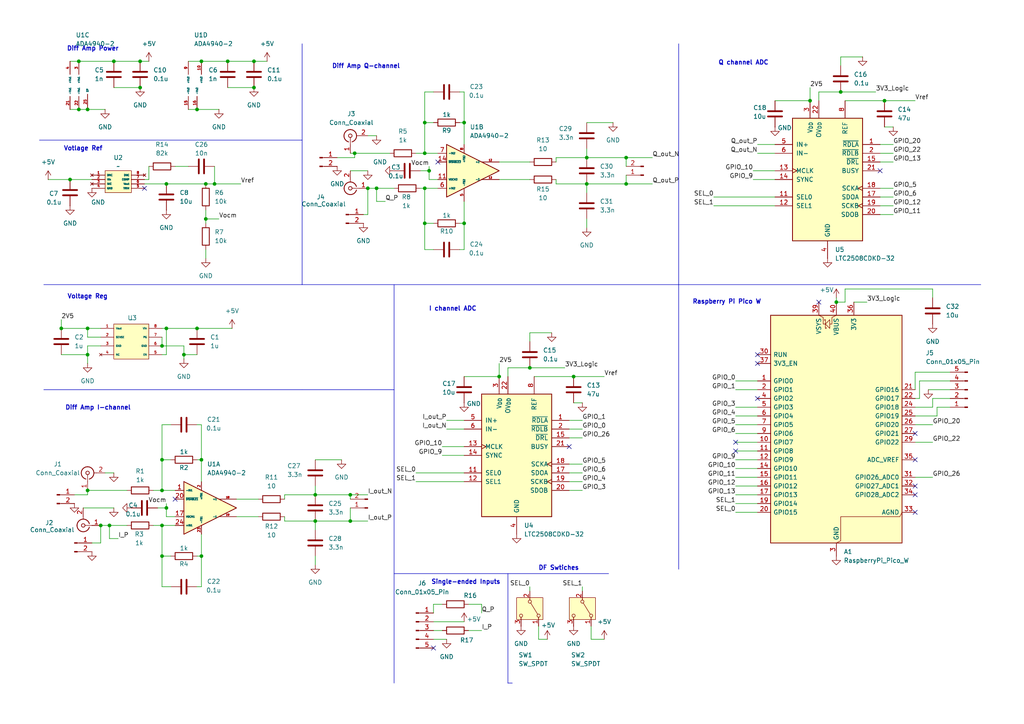
<source format=kicad_sch>
(kicad_sch (version 20250114) (generator "eeschema") (generator_version "9.0")
  (paper "A4")
  (text "DF Swtiches\n" (at 162.052 164.846 0) (effects (font (size 1.27 1.27) (thickness 0.254) (bold yes))))
  (text "Voltage Reg\n" (at 25.4 86.106 0) (effects (font (size 1.27 1.27) (thickness 0.254) (bold yes))))
  (text "Q channel ADC\n" (at 215.646 18.288 0) (effects (font (size 1.27 1.27) (thickness 0.254) (bold yes))))
  (text "Raspberry Pi Pico W\n" (at 210.82 87.63 0) (effects (font (size 1.27 1.27) (thickness 0.254) (bold yes))))
  (text "Diff Amp Q-channel\n" (at 106.172 19.304 0) (effects (font (size 1.27 1.27) (thickness 0.254) (bold yes))))
  (text "Single-ended Inputs" (at 135.128 168.91 0) (effects (font (size 1.27 1.27) (thickness 0.254) (bold yes))))
  (text "Diff Amp Power" (at 26.924 14.224 0) (effects (font (size 1.27 1.27) (thickness 0.254) (bold yes))))
  (text "I channel ADC\n" (at 131.318 89.662 0) (effects (font (size 1.27 1.27) (thickness 0.254) (bold yes))))
  (text "Diff Amp I-channel\n" (at 28.448 118.364 0) (effects (font (size 1.27 1.27) (thickness 0.254) (bold yes))))
  (text "Votlage Ref" (at 24.13 43.18 0) (effects (font (size 1.27 1.27) (thickness 0.254) (bold yes))))
  (junction (at 31.75 152.4))
  (junction (at 58.42 17.78))
  (junction (at 48.26 95.25))
  (junction (at 46.99 161.29))
  (junction (at 25.4 31.75))
  (junction (at 59.69 63.5))
  (junction (at 25.4 95.25))
  (junction (at 46.99 100.33))
  (junction (at 20.32 52.07))
  (junction (at 58.42 161.29))
  (junction (at 170.18 45.72))
  (junction (at 62.23 53.34))
  (junction (at 25.4 102.87))
  (junction (at 153.67 106.68))
  (junction (at 57.15 95.25))
  (junction (at 181.61 45.72))
  (junction (at 46.99 142.24))
  (junction (at 109.22 54.61))
  (junction (at 166.37 109.22))
  (junction (at 91.44 143.51))
  (junction (at 170.18 53.34))
  (junction (at 46.99 133.35))
  (junction (at 123.19 64.77))
  (junction (at 33.02 17.78))
  (junction (at 40.64 17.78))
  (junction (at 256.54 29.21))
  (junction (at 22.86 17.78))
  (junction (at 243.84 26.67))
  (junction (at 106.68 54.61))
  (junction (at 181.61 53.34))
  (junction (at 29.21 152.4))
  (junction (at 58.42 133.35))
  (junction (at 17.78 95.25))
  (junction (at 66.04 17.78))
  (junction (at 73.66 25.4))
  (junction (at 25.4 142.24))
  (junction (at 134.62 35.56))
  (junction (at 101.6 151.13))
  (junction (at 73.66 17.78))
  (junction (at 102.87 44.45))
  (junction (at 123.19 44.45))
  (junction (at 144.78 109.22))
  (junction (at 101.6 143.51))
  (junction (at 134.62 64.77))
  (junction (at 59.69 53.34))
  (junction (at 22.86 31.75))
  (junction (at 57.15 31.75))
  (junction (at 53.34 102.87))
  (junction (at 234.95 29.21))
  (junction (at 124.46 49.53))
  (junction (at 242.57 87.63))
  (junction (at 91.44 151.13))
  (junction (at 40.64 25.4))
  (junction (at 123.19 54.61))
  (junction (at 48.26 53.34))
  (junction (at 48.26 147.32))
  (junction (at 46.99 152.4))
  (junction (at 123.19 35.56))
  (no_connect (at 213.36 130.81))
  (no_connect (at 255.27 49.53))
  (no_connect (at 265.43 140.97))
  (no_connect (at 219.71 115.57))
  (no_connect (at 50.8 144.78))
  (no_connect (at 265.43 148.59))
  (no_connect (at 219.71 105.41))
  (no_connect (at 41.91 54.61))
  (no_connect (at 237.49 87.63))
  (no_connect (at 265.43 125.73))
  (no_connect (at 219.71 102.87))
  (no_connect (at 265.43 133.35))
  (no_connect (at 127 46.99))
  (no_connect (at 165.1 129.54))
  (no_connect (at 265.43 143.51))
  (no_connect (at 125.73 187.96))
  (no_connect (at 213.36 128.27))
  (wire (pts (xy 58.42 123.19) (xy 58.42 133.35)))
  (wire (pts (xy 34.29 156.21) (xy 31.75 156.21)))
  (wire (pts (xy 91.44 143.51) (xy 82.55 143.51)))
  (wire (pts (xy 243.84 16.51) (xy 243.84 19.05)))
  (polyline (pts (xy 114.3 82.55) (xy 114.3 113.03)))
  (wire (pts (xy 20.32 52.07) (xy 26.67 52.07)))
  (wire (pts (xy 53.34 102.87) (xy 53.34 104.14)))
  (wire (pts (xy 165.1 127) (xy 168.91 127)))
  (wire (pts (xy 123.19 35.56) (xy 123.19 44.45)))
  (wire (pts (xy 58.42 17.78) (xy 66.04 17.78)))
  (wire (pts (xy 213.36 143.51) (xy 219.71 143.51)))
  (wire (pts (xy 181.61 50.8) (xy 181.61 53.34)))
  (wire (pts (xy 171.45 185.42) (xy 175.26 185.42)))
  (wire (pts (xy 48.26 102.87) (xy 48.26 95.25)))
  (wire (pts (xy 57.15 31.75) (xy 63.5 31.75)))
  (wire (pts (xy 265.43 123.19) (xy 270.51 123.19)))
  (wire (pts (xy 256.54 36.83) (xy 259.08 36.83)))
  (wire (pts (xy 50.8 48.26) (xy 54.61 48.26)))
  (wire (pts (xy 25.4 97.79) (xy 25.4 95.25)))
  (wire (pts (xy 73.66 17.78) (xy 77.47 17.78)))
  (wire (pts (xy 43.18 52.07) (xy 43.18 48.26)))
  (wire (pts (xy 171.45 181.61) (xy 171.45 185.42)))
  (wire (pts (xy 255.27 62.23) (xy 259.08 62.23)))
  (wire (pts (xy 49.53 170.18) (xy 46.99 170.18)))
  (wire (pts (xy 120.65 44.45) (xy 123.19 44.45)))
  (wire (pts (xy 266.7 115.57) (xy 266.7 110.49)))
  (wire (pts (xy 161.29 53.34) (xy 161.29 52.07)))
  (wire (pts (xy 25.4 142.24) (xy 36.83 142.24)))
  (wire (pts (xy 181.61 45.72) (xy 189.23 45.72)))
  (wire (pts (xy 213.36 133.35) (xy 219.71 133.35)))
  (wire (pts (xy 181.61 53.34) (xy 170.18 53.34)))
  (wire (pts (xy 62.23 53.34) (xy 59.69 53.34)))
  (wire (pts (xy 250.19 16.51) (xy 243.84 16.51)))
  (wire (pts (xy 48.26 95.25) (xy 57.15 95.25)))
  (wire (pts (xy 44.45 152.4) (xy 46.99 152.4)))
  (wire (pts (xy 54.61 17.78) (xy 58.42 17.78)))
  (wire (pts (xy 40.64 17.78) (xy 43.18 17.78)))
  (wire (pts (xy 154.94 109.22) (xy 166.37 109.22)))
  (wire (pts (xy 213.36 118.11) (xy 219.71 118.11)))
  (wire (pts (xy 170.18 43.18) (xy 170.18 45.72)))
  (wire (pts (xy 213.36 128.27) (xy 219.71 128.27)))
  (wire (pts (xy 144.78 52.07) (xy 153.67 52.07)))
  (wire (pts (xy 120.65 137.16) (xy 134.62 137.16)))
  (wire (pts (xy 207.01 59.69) (xy 224.79 59.69)))
  (wire (pts (xy 109.22 58.42) (xy 109.22 54.61)))
  (wire (pts (xy 22.86 17.78) (xy 33.02 17.78)))
  (wire (pts (xy 181.61 48.26) (xy 181.61 45.72)))
  (wire (pts (xy 58.42 154.94) (xy 58.42 161.29)))
  (wire (pts (xy 58.42 161.29) (xy 57.15 161.29)))
  (wire (pts (xy 48.26 95.25) (xy 46.99 95.25)))
  (wire (pts (xy 48.26 102.87) (xy 46.99 102.87)))
  (wire (pts (xy 170.18 35.56) (xy 177.8 35.56)))
  (wire (pts (xy 62.23 48.26) (xy 62.23 53.34)))
  (wire (pts (xy 265.43 118.11) (xy 270.51 118.11)))
  (wire (pts (xy 271.78 120.65) (xy 271.78 118.11)))
  (wire (pts (xy 45.72 147.32) (xy 48.26 147.32)))
  (wire (pts (xy 41.91 53.34) (xy 48.26 53.34)))
  (wire (pts (xy 153.67 106.68) (xy 163.83 106.68)))
  (wire (pts (xy 29.21 97.79) (xy 25.4 97.79)))
  (wire (pts (xy 170.18 63.5) (xy 170.18 66.04)))
  (wire (pts (xy 265.43 107.95) (xy 275.59 107.95)))
  (wire (pts (xy 271.78 118.11) (xy 275.59 118.11)))
  (wire (pts (xy 270.51 83.82) (xy 245.11 83.82)))
  (polyline (pts (xy 87.63 12.7) (xy 87.63 40.64)))
  (wire (pts (xy 134.62 109.22) (xy 144.78 109.22)))
  (wire (pts (xy 213.36 140.97) (xy 219.71 140.97)))
  (wire (pts (xy 25.4 31.75) (xy 30.48 31.75)))
  (wire (pts (xy 22.86 31.75) (xy 25.4 31.75)))
  (wire (pts (xy 121.92 54.61) (xy 123.19 54.61)))
  (wire (pts (xy 17.78 95.25) (xy 25.4 95.25)))
  (wire (pts (xy 243.84 26.67) (xy 237.49 26.67)))
  (wire (pts (xy 153.67 96.52) (xy 153.67 99.06)))
  (wire (pts (xy 68.58 149.86) (xy 74.93 149.86)))
  (wire (pts (xy 68.58 144.78) (xy 74.93 144.78)))
  (wire (pts (xy 213.36 123.19) (xy 219.71 123.19)))
  (wire (pts (xy 168.91 170.18) (xy 168.91 171.45)))
  (wire (pts (xy 128.27 175.26) (xy 125.73 175.26)))
  (wire (pts (xy 101.6 147.32) (xy 101.6 151.13)))
  (wire (pts (xy 153.67 170.18) (xy 153.67 171.45)))
  (wire (pts (xy 66.04 25.4) (xy 73.66 25.4)))
  (wire (pts (xy 49.53 133.35) (xy 46.99 133.35)))
  (wire (pts (xy 48.26 147.32) (xy 48.26 149.86)))
  (wire (pts (xy 125.73 180.34) (xy 134.62 180.34)))
  (wire (pts (xy 135.89 182.88) (xy 139.7 182.88)))
  (wire (pts (xy 165.1 142.24) (xy 168.91 142.24)))
  (wire (pts (xy 125.73 35.56) (xy 123.19 35.56)))
  (wire (pts (xy 213.36 130.81) (xy 219.71 130.81)))
  (wire (pts (xy 101.6 49.53) (xy 106.68 49.53)))
  (wire (pts (xy 166.37 109.22) (xy 175.26 109.22)))
  (wire (pts (xy 53.34 100.33) (xy 53.34 102.87)))
  (wire (pts (xy 31.75 156.21) (xy 31.75 152.4)))
  (wire (pts (xy 101.6 151.13) (xy 106.68 151.13)))
  (polyline (pts (xy 147.32 166.37) (xy 147.32 198.12)))
  (wire (pts (xy 125.73 182.88) (xy 128.27 182.88)))
  (wire (pts (xy 128.27 132.08) (xy 134.62 132.08)))
  (polyline (pts (xy 12.7 113.03) (xy 87.63 113.03)))
  (wire (pts (xy 82.55 143.51) (xy 82.55 144.78)))
  (wire (pts (xy 21.59 143.51) (xy 25.4 143.51)))
  (wire (pts (xy 123.19 26.67) (xy 123.19 35.56)))
  (wire (pts (xy 134.62 72.39) (xy 134.62 64.77)))
  (wire (pts (xy 265.43 120.65) (xy 271.78 120.65)))
  (wire (pts (xy 139.7 175.26) (xy 139.7 177.8)))
  (polyline (pts (xy 114.3 113.03) (xy 114.3 198.12)))
  (wire (pts (xy 242.57 86.36) (xy 242.57 87.63)))
  (wire (pts (xy 265.43 113.03) (xy 265.43 107.95)))
  (wire (pts (xy 46.99 170.18) (xy 46.99 161.29)))
  (wire (pts (xy 255.27 41.91) (xy 259.08 41.91)))
  (wire (pts (xy 245.11 83.82) (xy 245.11 87.63)))
  (wire (pts (xy 106.68 54.61) (xy 109.22 54.61)))
  (wire (pts (xy 25.4 102.87) (xy 25.4 105.41)))
  (wire (pts (xy 270.51 115.57) (xy 275.59 115.57)))
  (polyline (pts (xy 87.63 113.03) (xy 114.3 113.03)))
  (wire (pts (xy 102.87 44.45) (xy 113.03 44.45)))
  (wire (pts (xy 31.75 152.4) (xy 36.83 152.4)))
  (wire (pts (xy 53.34 102.87) (xy 57.15 102.87)))
  (wire (pts (xy 101.6 143.51) (xy 101.6 144.78)))
  (wire (pts (xy 237.49 26.67) (xy 237.49 29.21)))
  (polyline (pts (xy 87.63 40.64) (xy 87.63 82.55)))
  (wire (pts (xy 165.1 137.16) (xy 168.91 137.16)))
  (wire (pts (xy 133.35 72.39) (xy 134.62 72.39)))
  (wire (pts (xy 102.87 45.72) (xy 102.87 44.45)))
  (wire (pts (xy 170.18 53.34) (xy 170.18 55.88)))
  (wire (pts (xy 59.69 60.96) (xy 59.69 63.5)))
  (wire (pts (xy 44.45 142.24) (xy 46.99 142.24)))
  (wire (pts (xy 46.99 152.4) (xy 50.8 152.4)))
  (wire (pts (xy 120.65 139.7) (xy 134.62 139.7)))
  (wire (pts (xy 30.48 137.16) (xy 33.02 137.16)))
  (wire (pts (xy 265.43 138.43) (xy 270.51 138.43)))
  (wire (pts (xy 29.21 152.4) (xy 31.75 152.4)))
  (wire (pts (xy 156.21 181.61) (xy 156.21 185.42)))
  (wire (pts (xy 245.11 87.63) (xy 242.57 87.63)))
  (wire (pts (xy 17.78 92.71) (xy 17.78 95.25)))
  (wire (pts (xy 170.18 45.72) (xy 181.61 45.72)))
  (wire (pts (xy 58.42 170.18) (xy 58.42 161.29)))
  (wire (pts (xy 106.68 54.61) (xy 106.68 62.23)))
  (wire (pts (xy 255.27 44.45) (xy 259.08 44.45)))
  (wire (pts (xy 129.54 121.92) (xy 134.62 121.92)))
  (wire (pts (xy 49.53 123.19) (xy 46.99 123.19)))
  (wire (pts (xy 123.19 64.77) (xy 123.19 72.39)))
  (wire (pts (xy 26.67 157.48) (xy 29.21 157.48)))
  (wire (pts (xy 25.4 143.51) (xy 25.4 142.24)))
  (wire (pts (xy 135.89 175.26) (xy 139.7 175.26)))
  (wire (pts (xy 125.73 26.67) (xy 123.19 26.67)))
  (wire (pts (xy 101.6 143.51) (xy 106.68 143.51)))
  (wire (pts (xy 170.18 53.34) (xy 161.29 53.34)))
  (wire (pts (xy 255.27 59.69) (xy 259.08 59.69)))
  (wire (pts (xy 134.62 58.42) (xy 134.62 64.77)))
  (wire (pts (xy 62.23 53.34) (xy 69.85 53.34)))
  (wire (pts (xy 13.97 52.07) (xy 20.32 52.07)))
  (wire (pts (xy 265.43 115.57) (xy 266.7 115.57)))
  (wire (pts (xy 33.02 17.78) (xy 40.64 17.78)))
  (wire (pts (xy 91.44 151.13) (xy 82.55 151.13)))
  (wire (pts (xy 121.92 49.53) (xy 124.46 49.53)))
  (wire (pts (xy 125.73 175.26) (xy 125.73 177.8)))
  (wire (pts (xy 20.32 17.78) (xy 22.86 17.78)))
  (wire (pts (xy 243.84 26.67) (xy 254 26.67)))
  (wire (pts (xy 49.53 161.29) (xy 46.99 161.29)))
  (wire (pts (xy 24.13 147.32) (xy 33.02 147.32)))
  (wire (pts (xy 270.51 118.11) (xy 270.51 115.57)))
  (wire (pts (xy 144.78 105.41) (xy 144.78 109.22)))
  (wire (pts (xy 46.99 100.33) (xy 53.34 100.33)))
  (wire (pts (xy 25.4 100.33) (xy 25.4 102.87)))
  (wire (pts (xy 165.1 124.46) (xy 168.91 124.46)))
  (wire (pts (xy 66.04 17.78) (xy 73.66 17.78)))
  (wire (pts (xy 134.62 64.77) (xy 133.35 64.77)))
  (wire (pts (xy 269.24 113.03) (xy 275.59 113.03)))
  (wire (pts (xy 46.99 97.79) (xy 46.99 100.33)))
  (wire (pts (xy 48.26 149.86) (xy 50.8 149.86)))
  (wire (pts (xy 247.65 87.63) (xy 251.46 87.63)))
  (wire (pts (xy 234.95 25.4) (xy 234.95 29.21)))
  (wire (pts (xy 133.35 26.67) (xy 134.62 26.67)))
  (wire (pts (xy 123.19 44.45) (xy 127 44.45)))
  (wire (pts (xy 46.99 123.19) (xy 46.99 133.35)))
  (wire (pts (xy 165.1 134.62) (xy 168.91 134.62)))
  (wire (pts (xy 134.62 35.56) (xy 133.35 35.56)))
  (wire (pts (xy 245.11 29.21) (xy 256.54 29.21)))
  (wire (pts (xy 29.21 157.48) (xy 29.21 152.4)))
  (wire (pts (xy 46.99 161.29) (xy 46.99 152.4)))
  (wire (pts (xy 25.4 95.25) (xy 29.21 95.25)))
  (wire (pts (xy 59.69 63.5) (xy 63.5 63.5)))
  (wire (pts (xy 265.43 128.27) (xy 270.51 128.27)))
  (polyline (pts (xy 147.32 198.12) (xy 148.59 198.12)))
  (wire (pts (xy 91.44 161.29) (xy 91.44 163.83)))
  (wire (pts (xy 165.1 139.7) (xy 168.91 139.7)))
  (wire (pts (xy 97.79 45.72) (xy 102.87 45.72)))
  (polyline (pts (xy 12.7 82.55) (xy 87.63 82.55)))
  (wire (pts (xy 156.21 185.42) (xy 158.75 185.42)))
  (wire (pts (xy 213.36 146.05) (xy 219.71 146.05)))
  (wire (pts (xy 124.46 48.26) (xy 124.46 49.53)))
  (wire (pts (xy 161.29 45.72) (xy 161.29 46.99)))
  (wire (pts (xy 91.44 151.13) (xy 91.44 153.67)))
  (wire (pts (xy 153.67 106.68) (xy 147.32 106.68)))
  (wire (pts (xy 213.36 148.59) (xy 219.71 148.59)))
  (wire (pts (xy 218.44 49.53) (xy 224.79 49.53)))
  (wire (pts (xy 125.73 72.39) (xy 123.19 72.39)))
  (polyline (pts (xy 196.85 82.55) (xy 284.48 82.55)))
  (wire (pts (xy 123.19 54.61) (xy 127 54.61)))
  (wire (pts (xy 219.71 44.45) (xy 224.79 44.45)))
  (wire (pts (xy 20.32 31.75) (xy 22.86 31.75)))
  (wire (pts (xy 224.79 29.21) (xy 234.95 29.21)))
  (wire (pts (xy 213.36 135.89) (xy 219.71 135.89)))
  (wire (pts (xy 105.41 62.23) (xy 106.68 62.23)))
  (wire (pts (xy 166.37 116.84) (xy 168.91 116.84)))
  (wire (pts (xy 41.91 52.07) (xy 43.18 52.07)))
  (wire (pts (xy 125.73 185.42) (xy 129.54 185.42)))
  (wire (pts (xy 46.99 133.35) (xy 46.99 142.24)))
  (polyline (pts (xy 196.85 82.55) (xy 196.85 165.1)))
  (wire (pts (xy 255.27 57.15) (xy 259.08 57.15)))
  (wire (pts (xy 91.44 143.51) (xy 101.6 143.51)))
  (wire (pts (xy 144.78 46.99) (xy 153.67 46.99)))
  (wire (pts (xy 57.15 95.25) (xy 67.31 95.25)))
  (wire (pts (xy 91.44 133.35) (xy 99.06 133.35)))
  (wire (pts (xy 82.55 151.13) (xy 82.55 149.86)))
  (wire (pts (xy 213.36 138.43) (xy 219.71 138.43)))
  (wire (pts (xy 128.27 129.54) (xy 134.62 129.54)))
  (wire (pts (xy 17.78 102.87) (xy 25.4 102.87)))
  (wire (pts (xy 213.36 120.65) (xy 219.71 120.65)))
  (wire (pts (xy 270.51 86.36) (xy 270.51 83.82)))
  (wire (pts (xy 134.62 26.67) (xy 134.62 35.56)))
  (wire (pts (xy 29.21 100.33) (xy 25.4 100.33)))
  (wire (pts (xy 33.02 25.4) (xy 40.64 25.4)))
  (polyline (pts (xy 87.63 82.55) (xy 196.85 82.55)))
  (wire (pts (xy 125.73 64.77) (xy 123.19 64.77)))
  (wire (pts (xy 106.68 39.37) (xy 109.22 39.37)))
  (wire (pts (xy 124.46 52.07) (xy 127 52.07)))
  (wire (pts (xy 57.15 123.19) (xy 58.42 123.19)))
  (wire (pts (xy 256.54 29.21) (xy 265.43 29.21)))
  (wire (pts (xy 59.69 63.5) (xy 59.69 64.77)))
  (wire (pts (xy 46.99 142.24) (xy 50.8 142.24)))
  (wire (pts (xy 134.62 41.91) (xy 134.62 35.56)))
  (wire (pts (xy 91.44 151.13) (xy 101.6 151.13)))
  (wire (pts (xy 219.71 41.91) (xy 224.79 41.91)))
  (wire (pts (xy 124.46 49.53) (xy 124.46 52.07)))
  (wire (pts (xy 101.6 44.45) (xy 102.87 44.45)))
  (wire (pts (xy 147.32 106.68) (xy 147.32 109.22)))
  (polyline (pts (xy 11.43 40.64) (xy 87.63 40.64)))
  (wire (pts (xy 213.36 110.49) (xy 219.71 110.49)))
  (wire (pts (xy 160.02 96.52) (xy 153.67 96.52)))
  (wire (pts (xy 255.27 46.99) (xy 259.08 46.99)))
  (wire (pts (xy 58.42 139.7) (xy 58.42 133.35)))
  (wire (pts (xy 111.76 58.42) (xy 109.22 58.42)))
  (wire (pts (xy 58.42 133.35) (xy 57.15 133.35)))
  (wire (pts (xy 207.01 57.15) (xy 224.79 57.15)))
  (wire (pts (xy 48.26 53.34) (xy 59.69 53.34)))
  (wire (pts (xy 57.15 170.18) (xy 58.42 170.18)))
  (wire (pts (xy 266.7 110.49) (xy 275.59 110.49)))
  (wire (pts (xy 181.61 53.34) (xy 189.23 53.34)))
  (polyline (pts (xy 114.3 166.37) (xy 176.53 166.37)))
  (wire (pts (xy 255.27 54.61) (xy 259.08 54.61)))
  (wire (pts (xy 54.61 31.75) (xy 57.15 31.75)))
  (wire (pts (xy 109.22 54.61) (xy 114.3 54.61)))
  (wire (pts (xy 48.26 146.05) (xy 48.26 147.32)))
  (wire (pts (xy 165.1 121.92) (xy 168.91 121.92)))
  (wire (pts (xy 129.54 124.46) (xy 134.62 124.46)))
  (wire (pts (xy 213.36 125.73) (xy 219.71 125.73)))
  (wire (pts (xy 218.44 52.07) (xy 224.79 52.07)))
  (wire (pts (xy 123.19 64.77) (xy 123.19 54.61)))
  (wire (pts (xy 91.44 140.97) (xy 91.44 143.51)))
  (wire (pts (xy 59.69 74.93) (xy 59.69 72.39)))
  (polyline (pts (xy 196.85 12.7) (xy 196.85 82.55)))
  (wire (pts (xy 213.36 113.03) (xy 219.71 113.03)))
  (wire (pts (xy 170.18 45.72) (xy 161.29 45.72)))
  (label "GPIO_10" (at 213.36 135.89 180))
  (label "SEL_1" (at 168.91 170.18 180))
  (label "SEL_1" (at 207.01 59.69 180))
  (label "I_out_N" (at 129.54 124.46 180))
  (label "GPIO_12" (at 213.36 140.97 180))
  (label "3V3_Logic" (at 251.46 87.63 0))
  (label "GPIO_11" (at 259.08 62.23 0))
  (label "SEL_0" (at 213.36 148.59 180))
  (label "GPIO_0" (at 213.36 110.49 180))
  (label "2V5" (at 17.78 92.71 0))
  (label "GPIO_10" (at 218.44 49.53 180))
  (label "GPIO_13" (at 259.08 46.99 0))
  (label "GPIO_11" (at 213.36 138.43 180))
  (label "3V3_Logic" (at 254 26.67 0))
  (label "SEL_0" (at 120.65 137.16 180))
  (label "Vocm" (at 124.46 48.26 180))
  (label "Q_out_P" (at 189.23 53.34 0))
  (label "GPIO_3" (at 213.36 118.11 180))
  (label "Q_out_P" (at 219.71 41.91 180))
  (label "Q_P" (at 111.76 58.42 0))
  (label "GPIO_9" (at 128.27 132.08 180))
  (label "Vocm" (at 63.5 63.5 0))
  (label "GPIO_12" (at 259.08 59.69 0))
  (label "GPIO_13" (at 213.36 143.51 180))
  (label "Q_out_N" (at 219.71 44.45 180))
  (label "SEL_1" (at 213.36 146.05 180))
  (label "GPIO_6" (at 213.36 125.73 180))
  (label "GPIO_20" (at 259.08 41.91 0))
  (label "GPIO_9" (at 218.44 52.07 180))
  (label "GPIO_5" (at 213.36 123.19 180))
  (label "Q_P" (at 139.7 177.8 0))
  (label "GPIO_1" (at 213.36 113.03 180))
  (label "SEL_0" (at 153.67 170.18 180))
  (label "Vocm" (at 48.26 146.05 180))
  (label "GPIO_9" (at 213.36 133.35 180))
  (label "2V5" (at 144.78 105.41 0))
  (label "GPIO_26" (at 270.51 138.43 0))
  (label "3V3_Logic" (at 163.83 106.68 0))
  (label "GPIO_0" (at 168.91 124.46 0))
  (label "I_P" (at 34.29 156.21 0))
  (label "2V5" (at 234.95 25.4 0))
  (label "GPIO_4" (at 213.36 120.65 180))
  (label "GPIO_20" (at 270.51 123.19 0))
  (label "GPIO_1" (at 168.91 121.92 0))
  (label "GPIO_10" (at 128.27 129.54 180))
  (label "GPIO_22" (at 270.51 128.27 0))
  (label "SEL_0" (at 207.01 57.15 180))
  (label "I_out_P" (at 129.54 121.92 180))
  (label "I_out_P" (at 106.68 151.13 0))
  (label "GPIO_5" (at 259.08 54.61 0))
  (label "Vref" (at 265.43 29.21 0))
  (label "Vref" (at 175.26 109.22 0))
  (label "I_out_N" (at 106.68 143.51 0))
  (label "GPIO_6" (at 259.08 57.15 0))
  (label "I_P" (at 139.7 182.88 0))
  (label "GPIO_3" (at 168.91 142.24 0))
  (label "GPIO_5" (at 168.91 134.62 0))
  (label "GPIO_6" (at 168.91 137.16 0))
  (label "Vref" (at 69.85 53.34 0))
  (label "Q_out_N" (at 189.23 45.72 0))
  (label "GPIO_22" (at 259.08 44.45 0))
  (label "GPIO_26" (at 168.91 127 0))
  (label "GPIO_4" (at 168.91 139.7 0))
  (label "SEL_1" (at 120.65 139.7 180))
  (symbol (lib_id "Device:R") (at 53.34 161.29 90) (unit 1)
    (property "Reference" "R4" (at 53.34 163.576 90))
    (property "Value" "1k" (at 53.34 159.004 90))
    (property "Footprint" "Resistor_SMD:R_0603_1608Metric" (effects (hide yes)))
    (property "Description" "Resistor" (effects (hide yes)))
  )
  (symbol (lib_id "Analog_ADC:LTC2508CDKD-32") (at 240.03 52.07 0) (unit 1)
    (property "Reference" "U5" (at 242.1733 72.39 0) (effects (justify left)))
    (property "Value" "LTC2508CDKD-32" (at 242.1733 74.93 0) (effects (justify left)))
    (property "Footprint" "Package_DFN_QFN:DFN-24-1EP_4x7mm_P0.5mm_EP2.64x6.44mm" (effects (hide yes)))
    (property "Datasheet" "https://www.analog.com/media/en/technical-documentation/data-sheets/250832fc.pdf" (effects (hide yes)))
    (property "Description" "32-Bit Oversampling ADC with Configurable Digital Filter, 0°C to 70°C, DFN-24 package" (effects (hide yes)))
  )
  (symbol (lib_id "power:GND") (at 151.13 181.61 0) (unit 1)
    (property "Reference" "#PWR030" (effects (hide yes)))
    (property "Value" "GND" (at 151.13 186.69 0))
    (property "Description" "Power symbol creates a global label with name \"GND\" , ground" (effects (hide yes)))
  )
  (symbol (lib_id "power:GND") (at 97.79 48.26 0) (unit 1)
    (property "Reference" "#PWR048" (effects (hide yes)))
    (property "Value" "GND" (at 97.79 53.34 0))
    (property "Description" "Power symbol creates a global label with name \"GND\" , ground" (effects (hide yes)))
  )
  (symbol (lib_id "Device:C") (at 170.18 39.37 0) (unit 1)
    (property "Reference" "C29" (at 162.052 37.338 0) (effects (justify left)))
    (property "Value" "3.3n" (at 162.052 39.878 0) (effects (justify left)))
    (property "Footprint" "Capacitor_SMD:C_0603_1608Metric" (effects (hide yes)))
    (property "Description" "Unpolarized capacitor" (effects (hide yes)))
  )
  (symbol (lib_id "power:GND") (at 20.32 59.69 0) (unit 1)
    (property "Reference" "#PWR06" (effects (hide yes)))
    (property "Value" "GND" (at 20.32 64.77 0))
    (property "Description" "Power symbol creates a global label with name \"GND\" , ground" (effects (hide yes)))
  )
  (symbol (lib_id "Device:C") (at 58.42 48.26 90) (unit 1)
    (property "Reference" "C26" (at 58.42 41.91 90))
    (property "Value" "10n" (at 58.42 44.45 90))
    (property "Footprint" "Capacitor_SMD:C_0603_1608Metric" (effects (hide yes)))
    (property "Description" "Unpolarized capacitor" (effects (hide yes)))
  )
  (symbol (lib_id "Device:R") (at 132.08 175.26 90) (unit 1)
    (property "Reference" "R16" (at 136.398 172.72 90))
    (property "Value" "0" (effects (hide yes)))
    (property "Footprint" "Resistor_SMD:R_0603_1608Metric" (effects (hide yes)))
    (property "Description" "Resistor" (effects (hide yes)))
  )
  (symbol (lib_id "Connector:Conn_01x02_Pin") (at 92.71 45.72 0) (unit 1)
    (property "Reference" "J12" (effects (hide yes)))
    (property "Value" "Conn_01x02_Pin" (effects (hide yes)))
    (property "Footprint" "Connector_PinHeader_2.54mm:PinHeader_1x02_P2.54mm_Vertical" (effects (hide yes)))
    (property "Description" "Generic connector, single row, 01x02, script generated" (effects (hide yes)))
  )
  (symbol (lib_id "Device:C") (at 53.34 123.19 90) (unit 1)
    (property "Reference" "C21" (at 61.976 121.666 90))
    (property "Value" "0.1u" (at 61.976 124.206 90))
    (property "Footprint" "Capacitor_SMD:C_0603_1608Metric" (effects (hide yes)))
    (property "Description" "Unpolarized capacitor" (effects (hide yes)))
  )
  (symbol (lib_id "Device:R") (at 129.54 64.77 90) (unit 1)
    (property "Reference" "R10" (at 129.54 67.056 90))
    (property "Value" "1k" (at 129.54 62.484 90))
    (property "Footprint" "Resistor_SMD:R_0603_1608Metric" (effects (hide yes)))
    (property "Description" "Resistor" (effects (hide yes)))
  )
  (symbol (lib_id "Device:C") (at 73.66 21.59 0) (unit 1)
    (property "Reference" "C11" (at 77.47 20.3199 0) (effects (justify left)))
    (property "Value" "0.1u" (at 77.47 22.8599 0) (effects (justify left)))
    (property "Footprint" "Capacitor_SMD:C_0603_1608Metric" (effects (hide yes)))
    (property "Description" "Unpolarized capacitor" (effects (hide yes)))
  )
  (symbol (lib_id "Device:R") (at 116.84 44.45 90) (unit 1)
    (property "Reference" "R5" (at 116.84 38.1 90))
    (property "Value" "1k" (at 116.84 40.64 90))
    (property "Footprint" "Resistor_SMD:R_0603_1608Metric" (effects (hide yes)))
    (property "Description" "Resistor" (effects (hide yes)))
  )
  (symbol (lib_id "Device:R") (at 53.34 133.35 90) (unit 1)
    (property "Reference" "R2" (at 53.34 135.636 90))
    (property "Value" "1k" (at 53.34 131.064 90))
    (property "Footprint" "Resistor_SMD:R_0603_1608Metric" (effects (hide yes)))
    (property "Description" "Resistor" (effects (hide yes)))
  )
  (symbol (lib_id "power:GND") (at 270.51 93.98 0) (unit 1)
    (property "Reference" "#PWR040" (effects (hide yes)))
    (property "Value" "GND" (at 270.51 99.06 0))
    (property "Description" "Power symbol creates a global label with name \"GND\" , ground" (effects (hide yes)))
  )
  (symbol (lib_id "power:GND") (at 240.03 74.93 0) (unit 1)
    (property "Reference" "#PWR025" (effects (hide yes)))
    (property "Value" "GND" (effects (hide yes)))
    (property "Description" "Power symbol creates a global label with name \"GND\" , ground" (effects (hide yes)))
  )
  (symbol (lib_id "power:+5V") (at 43.18 17.78 0) (unit 1)
    (property "Reference" "#PWR036" (effects (hide yes)))
    (property "Value" "+5V" (at 43.18 12.7 0))
    (property "Description" "Power symbol creates a global label with name \"+5V\"" (effects (hide yes)))
  )
  (symbol (lib_name "Conn_Coaxial_1") (lib_id "Connector:Conn_Coaxial") (at 25.4 137.16 90) (unit 1)
    (property "Reference" "J1" (at 16.764 134.62 90))
    (property "Value" "Conn_Coaxial" (at 16.764 137.16 90))
    (property "Footprint" "Connector_Coaxial:SMA_Amphenol_132289_EdgeMount" (effects (hide yes)))
    (property "Description" "coaxial connector (BNC, SMA, SMB, SMC, Cinch/RCA, LEMO, ...)" (effects (hide yes)))
  )
  (symbol (lib_id "power:GND") (at 129.54 185.42 0) (unit 1)
    (property "Reference" "#PWR043" (effects (hide yes)))
    (property "Value" "GND" (at 129.54 190.5 0))
    (property "Description" "Power symbol creates a global label with name \"GND\" , ground" (effects (hide yes)))
  )
  (symbol (lib_id "Amplifier_Difference:ADA4940-2") (at 134.62 49.53 0) (unit 2)
    (property "Reference" "U1" (at 136.2711 36.83 0) (effects (justify left)))
    (property "Value" "ADA4940-2" (at 136.2711 39.37 0) (effects (justify left)))
    (property "Footprint" "Package_CSP:LFCSP-24-1EP_4x4mm_P0.5mm_EP2.5x2.5mm_ThermalVias" (effects (hide yes)))
    (property "Datasheet" "https://www.analog.com/media/en/technical-documentation/data-sheets/ADA4940-1_4940-2.pdf" (effects (hide yes)))
    (property "Description" "Ultralow Power, Low Distortion, Fully Differential ADC Drivers, Dual-Channel, LFCSP-24" (effects (hide yes)))
  )
  (symbol (lib_id "power:GND") (at 134.62 116.84 0) (unit 1)
    (property "Reference" "#PWR020" (effects (hide yes)))
    (property "Value" "GND" (at 137.414 117.094 0))
    (property "Description" "Power symbol creates a global label with name \"GND\" , ground" (effects (hide yes)))
  )
  (symbol (lib_id "Device:C") (at 57.15 99.06 0) (unit 1)
    (property "Reference" "C1" (at 60.96 97.7899 0) (effects (justify left)))
    (property "Value" "1u" (at 60.96 100.3299 0) (effects (justify left)))
    (property "Footprint" "Capacitor_SMD:C_0603_1608Metric" (effects (hide yes)))
    (property "Description" "Unpolarized capacitor" (effects (hide yes)))
  )
  (symbol (lib_id "power:+5V") (at 134.62 180.34 0) (unit 1)
    (property "Reference" "#PWR044" (effects (hide yes)))
    (property "Value" "+5V" (at 137.414 179.578 0))
    (property "Description" "Power symbol creates a global label with name \"+5V\"" (effects (hide yes)))
  )
  (symbol (lib_id "power:GND") (at 33.02 147.32 0) (unit 1)
    (property "Reference" "#PWR013" (effects (hide yes)))
    (property "Value" "GND" (effects (hide yes)))
    (property "Description" "Power symbol creates a global label with name \"GND\" , ground" (effects (hide yes)))
  )
  (symbol (lib_id "power:GND") (at 109.22 39.37 0) (unit 1)
    (property "Reference" "#PWR014" (effects (hide yes)))
    (property "Value" "GND" (effects (hide yes)))
    (property "Description" "Power symbol creates a global label with name \"GND\" , ground" (effects (hide yes)))
  )
  (symbol (lib_id "power:GND") (at 38.1 147.32 270) (unit 1)
    (property "Reference" "#PWR029" (effects (hide yes)))
    (property "Value" "GND" (effects (hide yes)))
    (property "Description" "Power symbol creates a global label with name \"GND\" , ground" (effects (hide yes)))
  )
  (symbol (lib_id "Connector:Conn_01x02_Pin") (at 186.69 50.8 180) (unit 1)
    (property "Reference" "J8" (effects (hide yes)))
    (property "Value" "Conn_01x02_Pin" (effects (hide yes)))
    (property "Footprint" "Connector_PinHeader_2.54mm:PinHeader_1x02_P2.54mm_Vertical" (effects (hide yes)))
    (property "Description" "Generic connector, single row, 01x02, script generated" (effects (hide yes)))
  )
  (symbol (lib_id "Device:R") (at 118.11 54.61 90) (unit 1)
    (property "Reference" "R8" (at 117.856 57.15 90))
    (property "Value" "1k" (at 117.856 59.69 90))
    (property "Footprint" "Resistor_SMD:R_0603_1608Metric" (effects (hide yes)))
    (property "Description" "Resistor" (effects (hide yes)))
  )
  (symbol (lib_id "Device:R") (at 40.64 152.4 90) (unit 1)
    (property "Reference" "R3" (at 40.386 154.94 90))
    (property "Value" "1k" (at 40.386 157.48 90))
    (property "Footprint" "Resistor_SMD:R_0603_1608Metric" (effects (hide yes)))
    (property "Description" "Resistor" (effects (hide yes)))
  )
  (symbol (lib_id "Device:R") (at 157.48 52.07 90) (unit 1)
    (property "Reference" "R15" (at 157.48 54.864 90))
    (property "Value" "10" (at 157.48 57.404 90))
    (property "Footprint" "Resistor_SMD:R_0603_1608Metric" (effects (hide yes)))
    (property "Description" "Resistor" (effects (hide yes)))
  )
  (symbol (lib_id "power:GND") (at 269.24 113.03 0) (unit 1)
    (property "Reference" "#PWR042" (effects (hide yes)))
    (property "Value" "GND" (effects (hide yes)))
    (property "Description" "Power symbol creates a global label with name \"GND\" , ground" (effects (hide yes)))
  )
  (symbol (lib_id "Device:C") (at 170.18 49.53 0) (unit 1)
    (property "Reference" "C30" (at 173.99 48.2599 0) (effects (justify left)))
    (property "Value" "3.3n" (at 173.99 50.7999 0) (effects (justify left)))
    (property "Footprint" "Capacitor_SMD:C_0603_1608Metric" (effects (hide yes)))
    (property "Description" "Unpolarized capacitor" (effects (hide yes)))
  )
  (symbol (lib_id "power:GND") (at 73.66 25.4 0) (unit 1)
    (property "Reference" "#PWR03" (effects (hide yes)))
    (property "Value" "GND" (at 73.66 30.48 0))
    (property "Description" "Power symbol creates a global label with name \"GND\" , ground" (effects (hide yes)))
  )
  (symbol (lib_id "Device:C") (at 224.79 33.02 0) (unit 1)
    (property "Reference" "C18" (at 218.44 31.242 0) (effects (justify left)))
    (property "Value" "10u" (at 218.44 33.782 0) (effects (justify left)))
    (property "Footprint" "Capacitor_SMD:C_0603_1608Metric" (effects (hide yes)))
    (property "Description" "Unpolarized capacitor" (effects (hide yes)))
  )
  (symbol (lib_id "power:+5V") (at 77.47 17.78 0) (unit 1)
    (property "Reference" "#PWR037" (effects (hide yes)))
    (property "Value" "+5V" (at 77.47 12.7 0))
    (property "Description" "Power symbol creates a global label with name \"+5V\"" (effects (hide yes)))
  )
  (symbol (lib_id "my_symbols:adpl42005") (at 38.1 99.06 0) (unit 1)
    (property "Reference" "U3" (at 38.354 92.202 0))
    (property "Value" "~" (at 38.1 92.71 0))
    (property "Footprint" "Package_SO:SOIC-8-1EP_3.9x4.9mm_P1.27mm_EP2.29x3mm" (effects (hide yes)))
  )
  (symbol (lib_id "power:GND") (at 33.02 137.16 0) (unit 1)
    (property "Reference" "#PWR012" (effects (hide yes)))
    (property "Value" "GND" (effects (hide yes)))
    (property "Description" "Power symbol creates a global label with name \"GND\" , ground" (effects (hide yes)))
  )
  (symbol (lib_id "Connector:Conn_01x02_Pin") (at 100.33 62.23 0) (unit 1)
    (property "Reference" "J11" (effects (hide yes)))
    (property "Value" "Conn_01x02_Pin" (effects (hide yes)))
    (property "Footprint" "Connector_PinHeader_2.54mm:PinHeader_1x02_P2.54mm_Vertical" (effects (hide yes)))
    (property "Description" "Generic connector, single row, 01x02, script generated" (effects (hide yes)))
  )
  (symbol (lib_id "power:GND") (at 63.5 31.75 0) (unit 1)
    (property "Reference" "#PWR04" (effects (hide yes)))
    (property "Value" "GND" (at 63.5 36.83 0))
    (property "Description" "Power symbol creates a global label with name \"GND\" , ground" (effects (hide yes)))
  )
  (symbol (lib_id "power:GND") (at 53.34 104.14 0) (unit 1)
    (property "Reference" "#PWR010" (effects (hide yes)))
    (property "Value" "GND" (at 53.34 109.22 0))
    (property "Description" "Power symbol creates a global label with name \"GND\" , ground" (effects (hide yes)))
  )
  (symbol (lib_id "power:GND") (at 106.68 49.53 0) (unit 1)
    (property "Reference" "#PWR015" (effects (hide yes)))
    (property "Value" "GND" (effects (hide yes)))
    (property "Description" "Power symbol creates a global label with name \"GND\" , ground" (effects (hide yes)))
  )
  (symbol (lib_name "Conn_Coaxial_1") (lib_id "Connector:Conn_Coaxial") (at 24.13 152.4 180) (unit 1)
    (property "Reference" "J2" (at 15.494 151.638 0) (effects (justify left)))
    (property "Value" "Conn_Coaxial" (at 21.59 153.67 0) (effects (justify left)))
    (property "Footprint" "Connector_Coaxial:SMA_Amphenol_132289_EdgeMount" (effects (hide yes)))
    (property "Description" "coaxial connector (BNC, SMA, SMB, SMC, Cinch/RCA, LEMO, ...)" (effects (hide yes)))
  )
  (symbol (lib_id "power:+5V") (at 175.26 185.42 0) (unit 1)
    (property "Reference" "#PWR032" (effects (hide yes)))
    (property "Value" "+5V" (at 175.26 180.34 0))
    (property "Description" "Power symbol creates a global label with name \"+5V\"" (effects (hide yes)))
  )
  (symbol (lib_id "Device:C") (at 270.51 90.17 0) (unit 1)
    (property "Reference" "C32" (at 274.32 88.8999 0) (effects (justify left)))
    (property "Value" "10u" (at 274.32 91.4399 0) (effects (justify left)))
    (property "Footprint" "Capacitor_SMD:C_0603_1608Metric" (effects (hide yes)))
    (property "Description" "Unpolarized capacitor" (effects (hide yes)))
  )
  (symbol (lib_id "Device:C") (at 129.54 72.39 90) (unit 1)
    (property "Reference" "C24" (at 138.176 70.866 90))
    (property "Value" "0.1u" (at 138.176 73.406 90))
    (property "Footprint" "Capacitor_SMD:C_0603_1608Metric" (effects (hide yes)))
    (property "Description" "Unpolarized capacitor" (effects (hide yes)))
  )
  (symbol (lib_id "power:GND") (at 25.4 105.41 0) (unit 1)
    (property "Reference" "#PWR011" (effects (hide yes)))
    (property "Value" "GND" (at 25.4 110.49 0))
    (property "Description" "Power symbol creates a global label with name \"GND\" , ground" (effects (hide yes)))
  )
  (symbol (lib_name "ADA4940-2_2") (lib_id "Amplifier_Difference:ADA4940-2") (at 54.61 22.86 0) (unit 4)
    (property "Reference" "U1" (at 56.2611 10.16 0) (effects (justify left)))
    (property "Value" "ADA4940-2" (at 56.2611 12.7 0) (effects (justify left)))
    (property "Footprint" "Package_CSP:LFCSP-24-1EP_4x4mm_P0.5mm_EP2.5x2.5mm_ThermalVias" (effects (hide yes)))
    (property "Datasheet" "https://www.analog.com/media/en/technical-documentation/data-sheets/ADA4940-1_4940-2.pdf" (effects (hide yes)))
    (property "Description" "Ultralow Power, Low Distortion, Fully Differential ADC Drivers, Dual-Channel, LFCSP-24" (effects (hide yes)))
  )
  (symbol (lib_id "Device:C") (at 48.26 57.15 0) (unit 1)
    (property "Reference" "C8" (at 52.07 55.8799 0) (effects (justify left)))
    (property "Value" "10u" (at 52.07 58.4199 0) (effects (justify left)))
    (property "Footprint" "Capacitor_SMD:C_0603_1608Metric" (effects (hide yes)))
    (property "Description" "Unpolarized capacitor" (effects (hide yes)))
  )
  (symbol (lib_id "power:GND") (at 160.02 96.52 0) (unit 1)
    (property "Reference" "#PWR022" (effects (hide yes)))
    (property "Value" "GND" (effects (hide yes)))
    (property "Description" "Power symbol creates a global label with name \"GND\" , ground" (effects (hide yes)))
  )
  (symbol (lib_id "Device:R") (at 59.69 68.58 0) (unit 1)
    (property "Reference" "R7" (at 62.23 67.3099 0) (effects (justify left)))
    (property "Value" "10k" (at 62.23 69.8499 0) (effects (justify left)))
    (property "Footprint" "Resistor_SMD:R_0603_1608Metric" (effects (hide yes)))
    (property "Description" "Resistor" (effects (hide yes)))
  )
  (symbol (lib_id "power:GND") (at 168.91 116.84 0) (unit 1)
    (property "Reference" "#PWR021" (effects (hide yes)))
    (property "Value" "GND" (effects (hide yes)))
    (property "Description" "Power symbol creates a global label with name \"GND\" , ground" (effects (hide yes)))
  )
  (symbol (lib_id "my_symbols:adr_431") (at 34.29 52.07 0) (unit 1)
    (property "Reference" "U2" (at 34.29 45.72 0))
    (property "Value" "~" (at 34.29 48.26 0))
    (property "Footprint" "Package_SO:SOIC-8_3.9x4.9mm_P1.27mm" (effects (hide yes)))
  )
  (symbol (lib_id "Device:C") (at 256.54 33.02 0) (unit 1)
    (property "Reference" "C14" (at 260.35 31.7499 0) (effects (justify left)))
    (property "Value" "47u" (at 260.35 34.2899 0) (effects (justify left)))
    (property "Footprint" "Capacitor_SMD:C_1210_3225Metric_Pad1.33x2.70mm_HandSolder" (effects (hide yes)))
    (property "Description" "Unpolarized capacitor" (effects (hide yes)))
  )
  (symbol (lib_name "Conn_Coaxial_1") (lib_id "Connector:Conn_Coaxial") (at 101.6 39.37 90) (unit 1)
    (property "Reference" "J3" (at 101.8932 33.02 90))
    (property "Value" "Conn_Coaxial" (at 101.8932 35.56 90))
    (property "Footprint" "Connector_Coaxial:SMA_Amphenol_132289_EdgeMount" (effects (hide yes)))
    (property "Description" "coaxial connector (BNC, SMA, SMB, SMC, Cinch/RCA, LEMO, ...)" (effects (hide yes)))
  )
  (symbol (lib_id "Connector:Conn_01x02_Pin") (at 106.68 147.32 180) (unit 1)
    (property "Reference" "J7" (effects (hide yes)))
    (property "Value" "Conn_01x02_Pin" (effects (hide yes)))
    (property "Footprint" "Connector_PinHeader_2.54mm:PinHeader_1x02_P2.54mm_Vertical" (effects (hide yes)))
    (property "Description" "Generic connector, single row, 01x02, script generated" (effects (hide yes)))
  )
  (symbol (lib_id "Device:C") (at 20.32 55.88 0) (unit 1)
    (property "Reference" "C7" (at 14.224 56.134 0) (effects (justify left)))
    (property "Value" "0.1u" (at 13.462 58.674 0) (effects (justify left)))
    (property "Footprint" "Capacitor_SMD:C_0603_1608Metric" (effects (hide yes)))
    (property "Description" "Unpolarized capacitor" (effects (hide yes)))
  )
  (symbol (lib_id "Device:C") (at 153.67 102.87 0) (unit 1)
    (property "Reference" "C15" (at 157.48 101.5999 0) (effects (justify left)))
    (property "Value" "0.1u" (at 157.48 104.1399 0) (effects (justify left)))
    (property "Footprint" "Capacitor_SMD:C_0603_1608Metric" (effects (hide yes)))
    (property "Description" "Unpolarized capacitor" (effects (hide yes)))
  )
  (symbol (lib_id "power:GND") (at 40.64 25.4 0) (unit 1)
    (property "Reference" "#PWR01" (effects (hide yes)))
    (property "Value" "GND" (at 40.64 30.48 0))
    (property "Description" "Power symbol creates a global label with name \"GND\" , ground" (effects (hide yes)))
  )
  (symbol (lib_id "power:GND") (at 149.86 154.94 0) (unit 1)
    (property "Reference" "#PWR023" (effects (hide yes)))
    (property "Value" "GND" (effects (hide yes)))
    (property "Description" "Power symbol creates a global label with name \"GND\" , ground" (effects (hide yes)))
  )
  (symbol (lib_id "MCU_Module:RaspberryPi_Pico_W") (at 242.57 125.73 0) (unit 1)
    (property "Reference" "A1" (at 244.7133 160.02 0) (effects (justify left)))
    (property "Value" "RaspberryPi_Pico_W" (at 244.7133 162.56 0) (effects (justify left)))
    (property "Footprint" "Module:RaspberryPi_Pico_Common_THT" (effects (hide yes)))
    (property "Datasheet" "https://datasheets.raspberrypi.com/picow/pico-w-datasheet.pdf" (effects (hide yes)))
    (property "Description" "Versatile and inexpensive wireless microcontroller module powered by RP2040 dual-core Arm Cortex-M0+ processor up to 133 MHz, 264kB SRAM, 2MB QSPI flash, Infineon CYW43439 2.4GHz 802.11n wireless LAN; also supports Raspberry Pi Pico 2 W" (effects (hide yes)))
  )
  (symbol (lib_id "Connector:Conn_01x02_Pin") (at 16.51 143.51 0) (unit 1)
    (property "Reference" "J10" (effects (hide yes)))
    (property "Value" "Conn_01x02_Pin" (effects (hide yes)))
    (property "Footprint" "Connector_PinHeader_2.54mm:PinHeader_1x02_P2.54mm_Vertical" (effects (hide yes)))
    (property "Description" "Generic connector, single row, 01x02, script generated" (effects (hide yes)))
  )
  (symbol (lib_id "Device:C") (at 129.54 26.67 90) (unit 1)
    (property "Reference" "C23" (at 138.176 25.146 90))
    (property "Value" "0.1u" (at 138.176 27.686 90))
    (property "Footprint" "Capacitor_SMD:C_0603_1608Metric" (effects (hide yes)))
    (property "Description" "Unpolarized capacitor" (effects (hide yes)))
  )
  (symbol (lib_id "Device:C") (at 170.18 59.69 0) (unit 1)
    (property "Reference" "C31" (at 173.99 58.4199 0) (effects (justify left)))
    (property "Value" "3.3n" (at 173.99 60.9599 0) (effects (justify left)))
    (property "Footprint" "Capacitor_SMD:C_0603_1608Metric" (effects (hide yes)))
    (property "Description" "Unpolarized capacitor" (effects (hide yes)))
  )
  (symbol (lib_id "power:GND") (at 26.67 54.61 0) (unit 1)
    (property "Reference" "#PWR07" (effects (hide yes)))
    (property "Value" "GND" (at 28.448 58.674 0))
    (property "Description" "Power symbol creates a global label with name \"GND\" , ground" (effects (hide yes)))
  )
  (symbol (lib_id "Switch:SW_SPDT") (at 153.67 176.53 270) (unit 1)
    (property "Reference" "SW1" (at 150.368 189.992 90) (effects (justify left)))
    (property "Value" "SW_SPDT" (at 150.368 192.532 90) (effects (justify left)))
    (property "Footprint" "Connector_PinHeader_2.54mm:PinHeader_1x03_P2.54mm_Vertical" (effects (hide yes)))
    (property "Description" "Switch, single pole double throw" (effects (hide yes)))
  )
  (symbol (lib_id "Device:C") (at 41.91 147.32 270) (unit 1)
    (property "Reference" "C4" (at 38.608 146.558 90))
    (property "Value" "0.1u" (at 38.608 149.098 90))
    (property "Footprint" "Capacitor_SMD:C_0603_1608Metric" (effects (hide yes)))
    (property "Description" "Unpolarized capacitor" (effects (hide yes)))
  )
  (symbol (lib_id "power:GND") (at 224.79 36.83 0) (unit 1)
    (property "Reference" "#PWR024" (effects (hide yes)))
    (property "Value" "GND" (at 227.584 37.084 0))
    (property "Description" "Power symbol creates a global label with name \"GND\" , ground" (effects (hide yes)))
  )
  (symbol (lib_id "power:GND") (at 114.3 49.53 270) (unit 1)
    (property "Reference" "#PWR028" (effects (hide yes)))
    (property "Value" "GND" (at 112.268 46.99 90) (effects (justify right)))
    (property "Description" "Power symbol creates a global label with name \"GND\" , ground" (effects (hide yes)))
  )
  (symbol (lib_id "power:GND") (at 242.57 161.29 0) (unit 1)
    (property "Reference" "#PWR041" (effects (hide yes)))
    (property "Value" "GND" (effects (hide yes)))
    (property "Description" "Power symbol creates a global label with name \"GND\" , ground" (effects (hide yes)))
  )
  (symbol (lib_id "Device:C") (at 33.02 21.59 0) (unit 1)
    (property "Reference" "C5" (at 27.432 20.32 0) (effects (justify left)))
    (property "Value" "1n" (at 27.432 22.86 0) (effects (justify left)))
    (property "Footprint" "Capacitor_SMD:C_0603_1608Metric" (effects (hide yes)))
    (property "Description" "Unpolarized capacitor" (effects (hide yes)))
  )
  (symbol (lib_id "power:GND") (at 59.69 74.93 0) (unit 1)
    (property "Reference" "#PWR09" (effects (hide yes)))
    (property "Value" "GND" (at 59.69 80.01 0))
    (property "Description" "Power symbol creates a global label with name \"GND\" , ground" (effects (hide yes)))
  )
  (symbol (lib_id "Device:C") (at 53.34 170.18 90) (unit 1)
    (property "Reference" "C22" (at 61.976 168.656 90))
    (property "Value" "0.1u" (at 61.976 171.196 90))
    (property "Footprint" "Capacitor_SMD:C_0603_1608Metric" (effects (hide yes)))
    (property "Description" "Unpolarized capacitor" (effects (hide yes)))
  )
  (symbol (lib_id "Device:C") (at 17.78 99.06 0) (unit 1)
    (property "Reference" "C2" (at 21.59 97.7899 0) (effects (justify left)))
    (property "Value" "1u" (at 21.59 100.3299 0) (effects (justify left)))
    (property "Footprint" "Capacitor_SMD:C_0603_1608Metric" (effects (hide yes)))
    (property "Description" "Unpolarized capacitor" (effects (hide yes)))
  )
  (symbol (lib_id "power:GND") (at 105.41 64.77 0) (unit 1)
    (property "Reference" "#PWR047" (effects (hide yes)))
    (property "Value" "GND" (at 105.41 69.85 0))
    (property "Description" "Power symbol creates a global label with name \"GND\" , ground" (effects (hide yes)))
  )
  (symbol (lib_id "Device:C") (at 91.44 147.32 0) (unit 1)
    (property "Reference" "C25" (at 95.25 146.0499 0) (effects (justify left)))
    (property "Value" "3.3n" (at 95.25 148.5899 0) (effects (justify left)))
    (property "Footprint" "Capacitor_SMD:C_0603_1608Metric" (effects (hide yes)))
    (property "Description" "Unpolarized capacitor" (effects (hide yes)))
  )
  (symbol (lib_id "Device:C") (at 166.37 113.03 0) (unit 1)
    (property "Reference" "C13" (at 170.18 111.7599 0) (effects (justify left)))
    (property "Value" "47u" (at 170.18 114.2999 0) (effects (justify left)))
    (property "Footprint" "Capacitor_SMD:C_1210_3225Metric_Pad1.33x2.70mm_HandSolder" (effects (hide yes)))
    (property "Description" "Unpolarized capacitor" (effects (hide yes)))
  )
  (symbol (lib_id "Device:R") (at 78.74 144.78 90) (unit 1)
    (property "Reference" "R11" (at 78.74 138.43 90))
    (property "Value" "10" (at 78.74 140.97 90))
    (property "Footprint" "Resistor_SMD:R_0603_1608Metric" (effects (hide yes)))
    (property "Description" "Resistor" (effects (hide yes)))
  )
  (symbol (lib_id "Device:R") (at 46.99 48.26 90) (unit 1)
    (property "Reference" "R14" (at 46.99 41.91 90))
    (property "Value" "82k" (at 46.99 44.45 90))
    (property "Footprint" "Resistor_SMD:R_0603_1608Metric" (effects (hide yes)))
    (property "Description" "Resistor" (effects (hide yes)))
  )
  (symbol (lib_id "power:GND") (at 166.37 181.61 0) (unit 1)
    (property "Reference" "#PWR033" (effects (hide yes)))
    (property "Value" "GND" (at 166.37 186.69 0))
    (property "Description" "Power symbol creates a global label with name \"GND\" , ground" (effects (hide yes)))
  )
  (symbol (lib_id "power:+5V") (at 67.31 95.25 0) (unit 1)
    (property "Reference" "#PWR038" (effects (hide yes)))
    (property "Value" "+5V" (at 67.31 90.17 0))
    (property "Description" "Power symbol creates a global label with name \"+5V\"" (effects (hide yes)))
  )
  (symbol (lib_name "ADA4940-2_3") (lib_id "Amplifier_Difference:ADA4940-2") (at 20.32 22.86 0) (unit 3)
    (property "Reference" "U1" (at 21.9711 10.16 0) (effects (justify left)))
    (property "Value" "ADA4940-2" (at 21.9711 12.7 0) (effects (justify left)))
    (property "Footprint" "Package_CSP:LFCSP-24-1EP_4x4mm_P0.5mm_EP2.5x2.5mm_ThermalVias" (effects (hide yes)))
    (property "Datasheet" "https://www.analog.com/media/en/technical-documentation/data-sheets/ADA4940-1_4940-2.pdf" (effects (hide yes)))
    (property "Description" "Ultralow Power, Low Distortion, Fully Differential ADC Drivers, Dual-Channel, LFCSP-24" (effects (hide yes)))
  )
  (symbol (lib_id "Switch:SW_SPDT") (at 168.91 176.53 270) (unit 1)
    (property "Reference" "SW2" (at 165.608 189.992 90) (effects (justify left)))
    (property "Value" "SW_SPDT" (at 165.608 192.532 90) (effects (justify left)))
    (property "Footprint" "Connector_PinHeader_2.54mm:PinHeader_1x03_P2.54mm_Vertical" (effects (hide yes)))
    (property "Description" "Switch, single pole double throw" (effects (hide yes)))
  )
  (symbol (lib_name "Conn_Coaxial_1") (lib_id "Connector:Conn_Coaxial") (at 101.6 54.61 180) (unit 1)
    (property "Reference" "J4" (at 94.234 57.15 0) (effects (justify left)))
    (property "Value" "Conn_Coaxial" (at 100.33 59.182 0) (effects (justify left)))
    (property "Footprint" "Connector_Coaxial:SMA_Amphenol_132289_EdgeMount" (effects (hide yes)))
    (property "Description" "coaxial connector (BNC, SMA, SMB, SMC, Cinch/RCA, LEMO, ...)" (effects (hide yes)))
  )
  (symbol (lib_id "power:GND") (at 177.8 35.56 0) (unit 1)
    (property "Reference" "#PWR019" (effects (hide yes)))
    (property "Value" "GND" (at 177.8 40.64 0))
    (property "Description" "Power symbol creates a global label with name \"GND\" , ground" (effects (hide yes)))
  )
  (symbol (lib_id "Device:R") (at 40.64 142.24 90) (unit 1)
    (property "Reference" "R1" (at 40.64 136.652 90))
    (property "Value" "1k" (at 40.64 139.192 90))
    (property "Footprint" "Resistor_SMD:R_0603_1608Metric" (effects (hide yes)))
    (property "Description" "Resistor" (effects (hide yes)))
  )
  (symbol (lib_id "power:GND") (at 259.08 36.83 0) (unit 1)
    (property "Reference" "#PWR027" (effects (hide yes)))
    (property "Value" "GND" (effects (hide yes)))
    (property "Description" "Power symbol creates a global label with name \"GND\" , ground" (effects (hide yes)))
  )
  (symbol (lib_id "power:GND") (at 21.59 146.05 0) (unit 1)
    (property "Reference" "#PWR046" (effects (hide yes)))
    (property "Value" "GND" (effects (hide yes)))
    (property "Description" "Power symbol creates a global label with name \"GND\" , ground" (effects (hide yes)))
  )
  (symbol (lib_id "Device:R") (at 132.08 182.88 90) (unit 1)
    (property "Reference" "R17" (at 135.382 185.674 90))
    (property "Value" "R" (effects (hide yes)))
    (property "Footprint" "Resistor_SMD:R_0603_1608Metric" (effects (hide yes)))
    (property "Description" "Resistor" (effects (hide yes)))
  )
  (symbol (lib_id "power:GND") (at 99.06 133.35 0) (unit 1)
    (property "Reference" "#PWR017" (effects (hide yes)))
    (property "Value" "GND" (at 99.06 138.43 0))
    (property "Description" "Power symbol creates a global label with name \"GND\" , ground" (effects (hide yes)))
  )
  (symbol (lib_id "Device:R") (at 129.54 35.56 90) (unit 1)
    (property "Reference" "R9" (at 129.54 37.846 90))
    (property "Value" "1k" (at 129.54 33.274 90))
    (property "Footprint" "Resistor_SMD:R_0603_1608Metric" (effects (hide yes)))
    (property "Description" "Resistor" (effects (hide yes)))
  )
  (symbol (lib_id "Device:C") (at 40.64 21.59 0) (unit 1)
    (property "Reference" "C10" (at 44.45 20.3199 0) (effects (justify left)))
    (property "Value" "0.1u" (at 44.45 22.8599 0) (effects (justify left)))
    (property "Footprint" "Capacitor_SMD:C_0603_1608Metric" (effects (hide yes)))
    (property "Description" "Unpolarized capacitor" (effects (hide yes)))
  )
  (symbol (lib_id "power:GND") (at 170.18 66.04 0) (unit 1)
    (property "Reference" "#PWR018" (effects (hide yes)))
    (property "Value" "GND" (at 170.18 71.12 0))
    (property "Description" "Power symbol creates a global label with name \"GND\" , ground" (effects (hide yes)))
  )
  (symbol (lib_id "power:GND") (at 30.48 31.75 0) (unit 1)
    (property "Reference" "#PWR02" (effects (hide yes)))
    (property "Value" "GND" (at 30.48 36.83 0))
    (property "Description" "Power symbol creates a global label with name \"GND\" , ground" (effects (hide yes)))
  )
  (symbol (lib_id "power:+5V") (at 158.75 185.42 0) (unit 1)
    (property "Reference" "#PWR031" (effects (hide yes)))
    (property "Value" "+5V" (at 159.004 181.356 0))
    (property "Description" "Power symbol creates a global label with name \"+5V\"" (effects (hide yes)))
  )
  (symbol (lib_id "power:GND") (at 48.26 60.96 0) (unit 1)
    (property "Reference" "#PWR08" (effects (hide yes)))
    (property "Value" "GND" (at 48.26 66.04 0))
    (property "Description" "Power symbol creates a global label with name \"GND\" , ground" (effects (hide yes)))
  )
  (symbol (lib_id "Analog_ADC:LTC2508CDKD-32") (at 149.86 132.08 0) (unit 1)
    (property "Reference" "U4" (at 152.0033 152.4 0) (effects (justify left)))
    (property "Value" "LTC2508CDKD-32" (at 152.0033 154.94 0) (effects (justify left)))
    (property "Footprint" "Package_DFN_QFN:DFN-24-1EP_4x7mm_P0.5mm_EP2.64x6.44mm" (effects (hide yes)))
    (property "Datasheet" "https://www.analog.com/media/en/technical-documentation/data-sheets/250832fc.pdf" (effects (hide yes)))
    (property "Description" "32-Bit Oversampling ADC with Configurable Digital Filter, 0°C to 70°C, DFN-24 package" (effects (hide yes)))
  )
  (symbol (lib_id "Device:C") (at 118.11 49.53 90) (unit 1)
    (property "Reference" "C3" (at 114.808 48.514 90))
    (property "Value" "0.1u" (at 114.808 51.054 90))
    (property "Footprint" "Capacitor_SMD:C_0603_1608Metric" (effects (hide yes)))
    (property "Description" "Unpolarized capacitor" (effects (hide yes)))
  )
  (symbol (lib_id "power:GND") (at 26.67 160.02 0) (unit 1)
    (property "Reference" "#PWR045" (effects (hide yes)))
    (property "Value" "GND" (effects (hide yes)))
    (property "Description" "Power symbol creates a global label with name \"GND\" , ground" (effects (hide yes)))
  )
  (symbol (lib_id "Device:R") (at 59.69 57.15 0) (unit 1)
    (property "Reference" "R6" (at 62.23 55.8799 0) (effects (justify left)))
    (property "Value" "10k" (at 62.23 58.4199 0) (effects (justify left)))
    (property "Footprint" "Resistor_SMD:R_0603_1608Metric" (effects (hide yes)))
    (property "Description" "Resistor" (effects (hide yes)))
  )
  (symbol (lib_id "Device:C") (at 134.62 113.03 0) (unit 1)
    (property "Reference" "C17" (at 128.27 111.252 0) (effects (justify left)))
    (property "Value" "10u" (at 128.27 113.792 0) (effects (justify left)))
    (property "Footprint" "Capacitor_SMD:C_0603_1608Metric" (effects (hide yes)))
    (property "Description" "Unpolarized capacitor" (effects (hide yes)))
  )
  (symbol (lib_id "Device:R") (at 78.74 149.86 90) (unit 1)
    (property "Reference" "R12" (at 78.74 152.654 90))
    (property "Value" "10" (at 78.74 155.194 90))
    (property "Footprint" "Resistor_SMD:R_0603_1608Metric" (effects (hide yes)))
    (property "Description" "Resistor" (effects (hide yes)))
  )
  (symbol (lib_id "power:GND") (at 250.19 16.51 0) (unit 1)
    (property "Reference" "#PWR026" (effects (hide yes)))
    (property "Value" "GND" (effects (hide yes)))
    (property "Description" "Power symbol creates a global label with name \"GND\" , ground" (effects (hide yes)))
  )
  (symbol (lib_id "power:+5V") (at 13.97 52.07 0) (unit 1)
    (property "Reference" "#PWR05" (effects (hide yes)))
    (property "Value" "+5V" (at 13.97 46.99 0))
    (property "Description" "Power symbol creates a global label with name \"+5V\"" (effects (hide yes)))
  )
  (symbol (lib_id "Connector:Conn_01x02_Pin") (at 21.59 157.48 0) (unit 1)
    (property "Reference" "J9" (effects (hide yes)))
    (property "Value" "Conn_01x02_Pin" (effects (hide yes)))
    (property "Footprint" "Connector_PinHeader_2.54mm:PinHeader_1x02_P2.54mm_Vertical" (effects (hide yes)))
    (property "Description" "Generic connector, single row, 01x02, script generated" (effects (hide yes)))
  )
  (symbol (lib_id "Connector:Conn_01x05_Pin") (at 120.65 182.88 0) (unit 1)
    (property "Reference" "J6" (at 122.428 169.164 0))
    (property "Value" "Conn_01x05_Pin" (at 122.428 171.704 0))
    (property "Footprint" "Connector_PinHeader_2.54mm:PinHeader_1x05_P2.54mm_Horizontal" (effects (hide yes)))
    (property "Description" "Generic connector, single row, 01x05, script generated" (effects (hide yes)))
  )
  (symbol (lib_id "Device:R") (at 157.48 46.99 90) (unit 1)
    (property "Reference" "R13" (at 157.48 40.64 90))
    (property "Value" "10" (at 157.48 43.18 90))
    (property "Footprint" "Resistor_SMD:R_0603_1608Metric" (effects (hide yes)))
    (property "Description" "Resistor" (effects (hide yes)))
  )
  (symbol (lib_id "power:+5V") (at 242.57 86.36 0) (unit 1)
    (property "Reference" "#PWR039" (effects (hide yes)))
    (property "Value" "+5V" (at 239.776 84.074 0))
    (property "Description" "Power symbol creates a global label with name \"+5V\"" (effects (hide yes)))
  )
  (symbol (lib_id "power:GND") (at 91.44 163.83 0) (unit 1)
    (property "Reference" "#PWR016" (effects (hide yes)))
    (property "Value" "GND" (at 91.44 168.91 0))
    (property "Description" "Power symbol creates a global label with name \"GND\" , ground" (effects (hide yes)))
  )
  (symbol (lib_id "Device:C") (at 91.44 157.48 0) (unit 1)
    (property "Reference" "C28" (at 95.25 156.2099 0) (effects (justify left)))
    (property "Value" "3.3n" (at 95.25 158.7499 0) (effects (justify left)))
    (property "Footprint" "Capacitor_SMD:C_0603_1608Metric" (effects (hide yes)))
    (property "Description" "Unpolarized capacitor" (effects (hide yes)))
  )
  (symbol (lib_id "Device:C") (at 91.44 137.16 0) (unit 1)
    (property "Reference" "C27" (at 83.312 135.128 0) (effects (justify left)))
    (property "Value" "3.3n" (at 83.312 137.668 0) (effects (justify left)))
    (property "Footprint" "Capacitor_SMD:C_0603_1608Metric" (effects (hide yes)))
    (property "Description" "Unpolarized capacitor" (effects (hide yes)))
  )
  (symbol (lib_id "Connector:Conn_01x05_Pin") (at 280.67 113.03 180) (unit 1)
    (property "Reference" "J5" (at 268.478 102.362 0) (effects (justify right)))
    (property "Value" "Conn_01x05_Pin" (at 268.478 104.902 0) (effects (justify right)))
    (property "Footprint" "Connector_PinHeader_2.54mm:PinHeader_1x05_P2.54mm_Vertical" (effects (hide yes)))
    (property "Description" "Generic connector, single row, 01x05, script generated" (effects (hide yes)))
  )
  (symbol (lib_id "Device:C") (at 243.84 22.86 0) (unit 1)
    (property "Reference" "C16" (at 247.65 21.5899 0) (effects (justify left)))
    (property "Value" "0.1u" (at 247.65 24.1299 0) (effects (justify left)))
    (property "Footprint" "Capacitor_SMD:C_0603_1608Metric" (effects (hide yes)))
    (property "Description" "Unpolarized capacitor" (effects (hide yes)))
  )
  (symbol (lib_id "Device:C") (at 66.04 21.59 0) (unit 1)
    (property "Reference" "C6" (at 60.452 20.32 0) (effects (justify left)))
    (property "Value" "1n" (at 60.452 22.86 0) (effects (justify left)))
    (property "Footprint" "Capacitor_SMD:C_0603_1608Metric" (effects (hide yes)))
    (property "Description" "Unpolarized capacitor" (effects (hide yes)))
  )
  (symbol (lib_name "ADA4940-2_1") (lib_id "Amplifier_Difference:ADA4940-2") (at 58.42 147.32 0) (unit 1)
    (property "Reference" "U1" (at 60.0711 134.62 0) (effects (justify left)))
    (property "Value" "ADA4940-2" (at 60.0711 137.16 0) (effects (justify left)))
    (property "Footprint" "Package_CSP:LFCSP-24-1EP_4x4mm_P0.5mm_EP2.5x2.5mm_ThermalVias" (effects (hide yes)))
    (property "Datasheet" "https://www.analog.com/media/en/technical-documentation/data-sheets/ADA4940-1_4940-2.pdf" (effects (hide yes)))
    (property "Description" "Ultralow Power, Low Distortion, Fully Differential ADC Drivers, Dual-Channel, LFCSP-24" (effects (hide yes)))
  )
)
</source>
